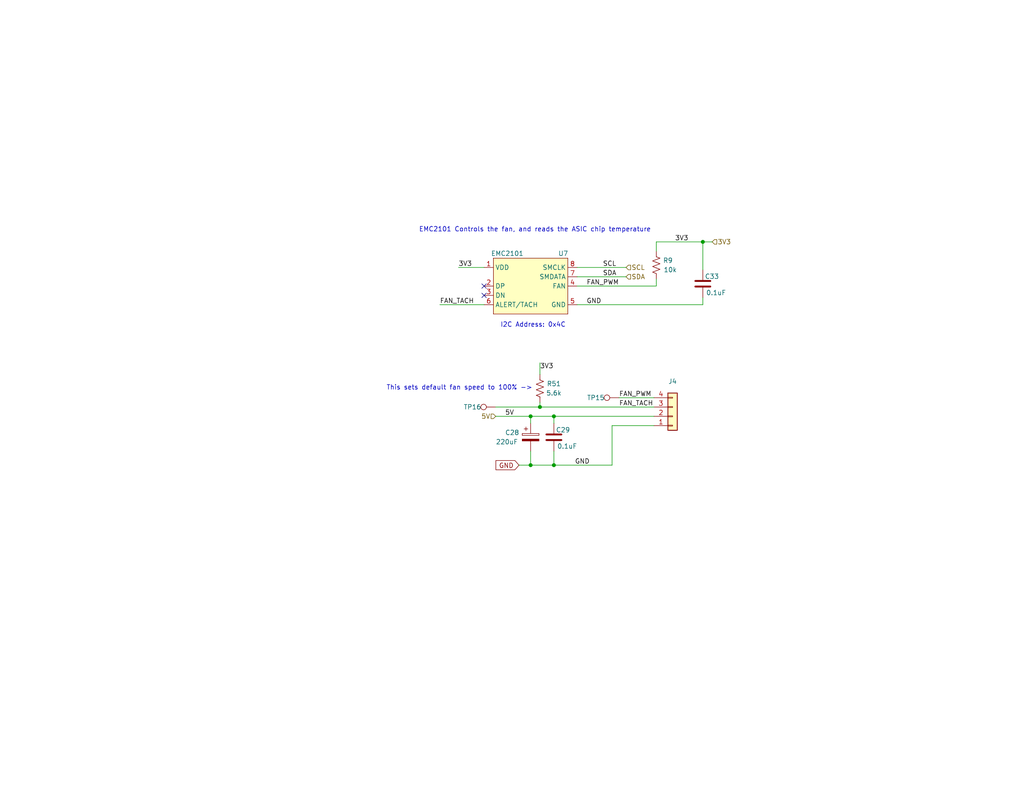
<source format=kicad_sch>
(kicad_sch (version 20230121) (generator eeschema)
  (paper "A")
  (title_block (title "le bitaxeUltra") (date "2023-07-10") (rev "0"))
  (lib_symbols
    (symbol "Connector:TestPoint" (pin_numbers hide) (pin_names (offset 0.762) hide)
      (property "Reference" "TP" (at 0 6.858 0))
      (property "Value" "TestPoint" (at 0 5.08 0))
      (symbol "TestPoint_0_1"
        (circle (center 0 3.302) (radius 0.762))
      )
      (symbol "TestPoint_1_1"
        (pin passive line (at 0 0 90) (length 2.54) (name "1") (number "1"))
      )
    )
    (symbol "Connector_Generic:Conn_01x04" (pin_names (offset 1.016) hide)
      (property "Reference" "J" (at 0 5.08 0))
      (property "Value" "Conn_01x04" (at 0 -7.62 0))
      (symbol "Conn_01x04_1_1"
        (rectangle (start -1.27 -4.953) (end 0 -5.207) (stroke (width 0.1524)))
        (rectangle (start -1.27 -2.413) (end 0 -2.667) (stroke (width 0.1524)))
        (rectangle (start -1.27 0.127) (end 0 -0.127) (stroke (width 0.1524)))
        (rectangle (start -1.27 2.667) (end 0 2.413) (stroke (width 0.1524)))
        (rectangle (start -1.27 3.81) (end 1.27 -6.35) (stroke (width 0.254)) (fill (type background)))
        (pin passive line (at -5.08 2.54 0) (length 3.81) (name "Pin_1") (number "1"))
        (pin passive line (at -5.08 0 0) (length 3.81) (name "Pin_2") (number "2"))
        (pin passive line (at -5.08 -2.54 0) (length 3.81) (name "Pin_3") (number "3"))
        (pin passive line (at -5.08 -5.08 0) (length 3.81) (name "Pin_4") (number "4"))
      )
    )
    (symbol "Device:C" (pin_numbers hide) (pin_names (offset 0.254))
      (property "Reference" "C" (at 0.635 2.54 0))
      (property "Value" "C" (at 0.635 -2.54 0))
      (symbol "C_0_1"
        (polyline (pts (xy -2.032 -0.762) (xy 2.032 -0.762)) (stroke (width 0.508)))
        (polyline (pts (xy -2.032 0.762) (xy 2.032 0.762)) (stroke (width 0.508)))
      )
      (symbol "C_1_1"
        (pin passive line (at 0 3.81 270) (length 2.794) (name "~") (number "1"))
        (pin passive line (at 0 -3.81 90) (length 2.794) (name "~") (number "2"))
      )
    )
    (symbol "Device:C_Polarized" (pin_numbers hide) (pin_names (offset 0.254))
      (property "Reference" "C" (at 0.635 2.54 0))
      (property "Value" "C_Polarized" (at 0.635 -2.54 0))
      (symbol "C_Polarized_0_1"
        (rectangle (start -2.286 0.508) (end 2.286 1.016))
        (polyline (pts (xy -1.778 2.286) (xy -0.762 2.286)))
        (polyline (pts (xy -1.27 2.794) (xy -1.27 1.778)))
        (rectangle (start 2.286 -0.508) (end -2.286 -1.016) (fill (type outline)))
      )
      (symbol "C_Polarized_1_1"
        (pin passive line (at 0 3.81 270) (length 2.794) (name "~") (number "1"))
        (pin passive line (at 0 -3.81 90) (length 2.794) (name "~") (number "2"))
      )
    )
    (symbol "Device:R_US" (pin_numbers hide) (pin_names (offset 0))
      (property "Reference" "R" (at 2.54 0 90))
      (property "Value" "R_US" (at -2.54 0 90))
      (symbol "R_US_0_1"
        (polyline (pts (xy 0 -2.286) (xy 0 -2.54)))
        (polyline (pts (xy 0 2.286) (xy 0 2.54)))
        (polyline (pts (xy 0 -0.762) (xy 1.016 -1.143) (xy 0 -1.524) (xy -1.016 -1.905) (xy 0 -2.286)))
        (polyline (pts (xy 0 0.762) (xy 1.016 0.381) (xy 0 0) (xy -1.016 -0.381) (xy 0 -0.762)))
        (polyline (pts (xy 0 2.286) (xy 1.016 1.905) (xy 0 1.524) (xy -1.016 1.143) (xy 0 0.762)))
      )
      (symbol "R_US_1_1"
        (pin passive line (at 0 3.81 270) (length 1.27) (name "~") (number "1"))
        (pin passive line (at 0 -3.81 90) (length 1.27) (name "~") (number "2"))
      )
    )
    (symbol "bitaxe:EMC2101"
      (property "Reference" "U7" (at 8.89 8.89 0))
      (property "Value" "EMC2101" (at -6.35 8.89 0))
      (symbol "EMC2101_0_1"
        (rectangle (start -10.16 7.62) (end 10.16 -7.62) (stroke (width 0.1524)) (fill (type background)))
      )
      (symbol "EMC2101_1_1"
        (pin power_in line (at -12.7 5.08 0) (length 2.54) (name "VDD") (number "1"))
        (pin input line (at -12.7 0 0) (length 2.54) (name "DP") (number "2"))
        (pin input line (at -12.7 -2.54 0) (length 2.54) (name "DN") (number "3"))
        (pin output line (at 12.7 0 180) (length 2.54) (name "FAN") (number "4"))
        (pin power_in line (at 12.7 -5.08 180) (length 2.54) (name "GND") (number "5"))
        (pin input line (at -12.7 -5.08 0) (length 2.54) (name "ALERT/TACH") (number "6"))
        (pin input line (at 12.7 2.54 180) (length 2.54) (name "SMDATA") (number "7"))
        (pin input line (at 12.7 5.08 180) (length 2.54) (name "SMCLK") (number "8"))
      )
    )
  )
  (junction (at 191.77 66.04))
  (junction (at 151.13 113.665))
  (junction (at 147.32 111.125))
  (junction (at 144.78 113.665))
  (junction (at 144.78 127))
  (junction (at 151.13 127))
  (no_connect (at 132.08 78.105))
  (no_connect (at 132.08 80.645))
  (wire (pts (xy 157.48 73.025) (xy 170.815 73.025)))
  (wire (pts (xy 144.78 123.19) (xy 144.78 127)))
  (wire (pts (xy 135.255 111.125) (xy 147.32 111.125)))
  (wire (pts (xy 144.78 127) (xy 151.13 127)))
  (wire (pts (xy 179.07 66.04) (xy 191.77 66.04)))
  (wire (pts (xy 194.31 66.04) (xy 191.77 66.04)))
  (wire (pts (xy 120.015 83.185) (xy 132.08 83.185)))
  (wire (pts (xy 147.32 111.125) (xy 178.435 111.125)))
  (wire (pts (xy 157.48 75.565) (xy 170.815 75.565)))
  (wire (pts (xy 144.78 113.665) (xy 151.13 113.665)))
  (wire (pts (xy 167.005 116.205) (xy 167.005 127)))
  (wire (pts (xy 125.095 73.025) (xy 132.08 73.025)))
  (wire (pts (xy 191.77 81.28) (xy 191.77 83.185)))
  (wire (pts (xy 191.77 66.04) (xy 191.77 73.66)))
  (wire (pts (xy 179.07 66.04) (xy 179.07 68.58)))
  (wire (pts (xy 151.13 113.665) (xy 151.13 115.57)))
  (wire (pts (xy 179.07 78.105) (xy 179.07 76.2)))
  (wire (pts (xy 167.005 116.205) (xy 178.435 116.205)))
  (wire (pts (xy 168.91 108.585) (xy 178.435 108.585)))
  (wire (pts (xy 151.13 113.665) (xy 178.435 113.665)))
  (wire (pts (xy 157.48 83.185) (xy 191.77 83.185)))
  (wire (pts (xy 147.32 109.855) (xy 147.32 111.125)))
  (wire (pts (xy 157.48 78.105) (xy 179.07 78.105)))
  (wire (pts (xy 135.255 113.665) (xy 144.78 113.665)))
  (wire (pts (xy 141.605 127) (xy 144.78 127)))
  (wire (pts (xy 144.78 113.665) (xy 144.78 115.57)))
  (wire (pts (xy 151.13 127) (xy 167.005 127)))
  (wire (pts (xy 147.32 99.06) (xy 147.32 102.235)))
  (wire (pts (xy 151.13 123.19) (xy 151.13 127)))
  (text "EMC2101 Controls the fan, and reads the ASIC chip temperature" (at 114.3 63.5 0) (effects (font (size 1.27 1.27)) (justify left bottom)))
  (text "This sets default fan speed to 100% ->" (at 105.41 106.68 0) (effects (font (size 1.27 1.27)) (justify left bottom)))
  (text "I2C Address: 0x4C" (at 136.525 89.535 0) (effects (font (size 1.27 1.27)) (justify left bottom)))
  (label "FAN_PWM" (at 160.02 78.105 0))
  (label "GND" (at 160.02 83.185 0))
  (label "SCL" (at 164.465 73.025 0))
  (label "3V3" (at 147.32 100.965 0))
  (label "FAN_TACH" (at 120.015 83.185 0))
  (label "GND" (at 156.845 127 0))
  (label "FAN_PWM" (at 168.91 108.585 0))
  (label "3V3" (at 184.15 66.04 0))
  (label "3V3" (at 125.095 73.025 0))
  (label "5V" (at 137.795 113.665 0))
  (label "SDA" (at 164.465 75.565 0))
  (label "FAN_TACH" (at 168.91 111.125 0))
  (global_label "GND" (shape input) (at 141.605 127 180) (property "Intersheetrefs" "${INTERSHEET_REFS}" (effects hide)))
  (hierarchical_label "5V" (shape input) (at 135.255 113.665 180))
  (hierarchical_label "SCL" (shape input) (at 170.815 73.025 0))
  (hierarchical_label "SDA" (shape input) (at 170.815 75.565 0))
  (hierarchical_label "3V3" (shape input) (at 194.31 66.04 0))
  (symbol (lib_id "Connector:TestPoint") (at 168.91 108.585 90) (mirror x) (unit 1) (in_bom no)
    (property "Reference" "TP15" (at 162.56 108.585 90))
    (property "Value" "TestPoint" (effects hide))
    (property "Footprint" "TestPoint:TestPoint_Pad_D1.5mm" (effects hide))
  )
  (symbol (lib_id "Device:R_US") (at 147.32 106.045 180) (unit 1)
    (property "Reference" "R51" (at 151.13 104.775 0))
    (property "Value" "5.6k" (at 151.13 107.315 0))
    (property "Footprint" "Resistor_SMD:R_0402_1005Metric" (effects hide))
    (property "DK" "13-RC0402FR-135K6LCT-ND" (effects hide))
    (property "PARTNO" "RC0402FR-135K6L" (effects hide))
  )
  (symbol (lib_id "Device:C") (at 191.77 77.47 0) (mirror y) (unit 1)
    (property "Reference" "C33" (at 196.215 76.2 0) (effects (justify left bottom)))
    (property "Value" "0.1uF" (at 198.12 80.645 0) (effects (justify left bottom)))
    (property "Footprint" "Capacitor_SMD:C_0402_1005Metric" (effects hide))
    (property "DK" "1292-1639-1-ND" (effects hide))
    (property "PARTNO" "0402X104K100CT" (effects hide))
  )
  (symbol (lib_id "Device:C") (at 151.13 119.38 0) (mirror y) (unit 1)
    (property "Reference" "C29" (at 155.575 118.11 0) (effects (justify left bottom)))
    (property "Value" "0.1uF" (at 157.48 122.555 0) (effects (justify left bottom)))
    (property "Footprint" "Capacitor_SMD:C_0402_1005Metric" (effects hide))
    (property "DK" "1292-1639-1-ND" (effects hide))
    (property "PARTNO" "0402X104K100CT" (effects hide))
  )
  (symbol (lib_id "Connector_Generic:Conn_01x04") (at 183.515 113.665 0) (mirror x) (unit 1)
    (property "Reference" "J4" (at 183.515 104.14 0))
    (property "Value" "Conn_01x04" (effects hide))
    (property "Footprint" "bitaxe:470531000" (effects hide))
    (property "PARTNO" "0470531000" (effects hide))
    (property "DK" "WM4330-ND" (effects hide))
  )
  (symbol (lib_id "Connector:TestPoint") (at 135.255 111.125 90) (mirror x) (unit 1) (in_bom no)
    (property "Reference" "TP16" (at 128.905 111.125 90))
    (property "Value" "TestPoint" (effects hide))
    (property "Footprint" "TestPoint:TestPoint_Pad_D1.5mm" (effects hide))
  )
  (symbol (lib_id "Device:C_Polarized") (at 144.78 119.38 0) (unit 1)
    (property "Reference" "C28" (at 137.795 118.11 0) (effects (justify left)))
    (property "Value" "220uF" (at 135.255 120.65 0) (effects (justify left)))
    (property "Footprint" "Capacitor_SMD:CP_Elec_6.3x7.7" (effects hide))
    (property "DK" "732-8422-1-ND" (effects hide))
    (property "PARTNO" "865080345012" (effects hide))
  )
  (symbol (lib_id "Device:R_US") (at 179.07 72.39 180) (unit 1)
    (property "Reference" "R9" (at 182.245 71.12 0))
    (property "Value" "10k" (at 182.88 73.66 0))
    (property "Footprint" "Resistor_SMD:R_0402_1005Metric" (effects hide))
    (property "DK" "311-10KJRCT-ND" (effects hide))
    (property "PARTNO" "RC0402JR-0710KL" (effects hide))
  )
  (symbol (lib_id "bitaxe:EMC2101") (at 144.78 78.105 0) (unit 1)
    (property "Reference" "U7" (at 153.67 69.215 0))
    (property "Value" "EMC2101" (at 138.43 69.215 0))
    (property "Footprint" "Package_SO:TSSOP-8_3x3mm_P0.65mm" (effects hide))
    (property "Datasheet" "https://ww1.microchip.com/downloads/en/DeviceDoc/2101.pdf" (effects hide))
    (property "DK" "EMC2101-R-ACZL-CT-ND" (effects hide))
    (property "PARTNO" "EMC2101-R-ACZL-TR" (effects hide))
  )
)
</source>
